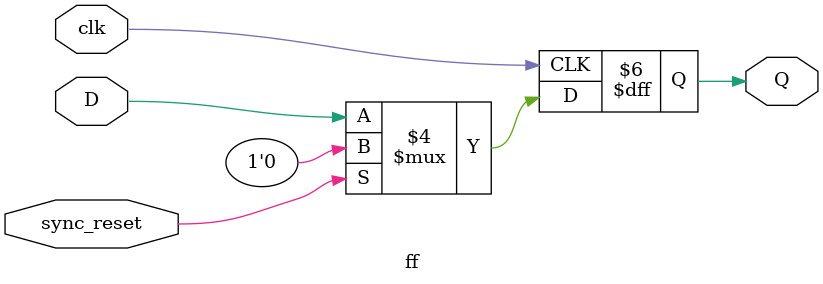
<source format=v>
module ff(D,clk,sync_reset,Q);

	input D;
	input clk; 
	input sync_reset; 

	output Q; 

	reg Q;

	always @(posedge clk) 

	begin

	    if(sync_reset==1'b1)


		      Q = 1'b0; 

	    else 

		      Q = D; 

	end 

endmodule 

</source>
